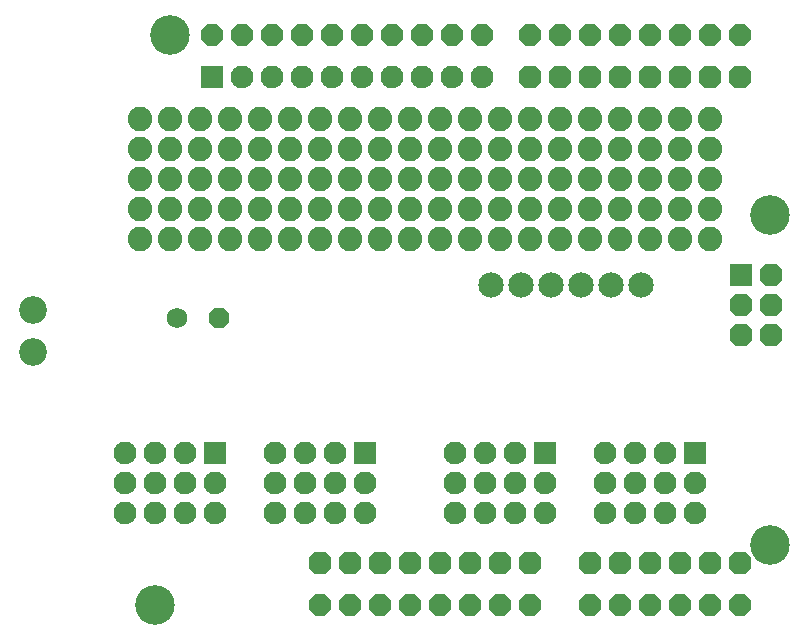
<source format=gbr>
G04 EAGLE Gerber RS-274X export*
G75*
%MOMM*%
%FSLAX34Y34*%
%LPD*%
%INSoldermask Bottom*%
%IPPOS*%
%AMOC8*
5,1,8,0,0,1.08239X$1,22.5*%
G01*
%ADD10C,3.352400*%
%ADD11C,2.336800*%
%ADD12P,1.896997X8X22.500000*%
%ADD13C,1.752600*%
%ADD14R,1.930400X1.930400*%
%ADD15C,1.930400*%
%ADD16P,1.979475X8X22.500000*%
%ADD17P,2.089446X8X22.500000*%
%ADD18P,2.089446X8X292.500000*%
%ADD19P,2.089446X8X112.500000*%
%ADD20C,2.152400*%
%ADD21C,2.082800*%


D10*
X152400Y508000D03*
X660400Y355600D03*
X660400Y76200D03*
X139700Y25400D03*
D11*
X36830Y239810D03*
X36830Y274810D03*
D12*
X194310Y267970D03*
D13*
X158750Y267970D03*
D14*
X317500Y153670D03*
D15*
X317500Y128270D03*
X292100Y153670D03*
X292100Y128270D03*
X266700Y153670D03*
X266700Y128270D03*
X241300Y153670D03*
X241300Y128270D03*
X317500Y102870D03*
X292100Y102870D03*
X266700Y102870D03*
X241300Y102870D03*
D14*
X190500Y153670D03*
D15*
X190500Y128270D03*
X165100Y153670D03*
X165100Y128270D03*
X139700Y153670D03*
X139700Y128270D03*
X114300Y153670D03*
X114300Y128270D03*
X190500Y102870D03*
X165100Y102870D03*
X139700Y102870D03*
X114300Y102870D03*
D14*
X596900Y153670D03*
D15*
X596900Y128270D03*
X571500Y153670D03*
X571500Y128270D03*
X546100Y153670D03*
X546100Y128270D03*
X520700Y153670D03*
X520700Y128270D03*
X596900Y102870D03*
X571500Y102870D03*
X546100Y102870D03*
X520700Y102870D03*
D14*
X469900Y153670D03*
D15*
X469900Y128270D03*
X444500Y153670D03*
X444500Y128270D03*
X419100Y153670D03*
X419100Y128270D03*
X393700Y153670D03*
X393700Y128270D03*
X469900Y102870D03*
X444500Y102870D03*
X419100Y102870D03*
X393700Y102870D03*
D16*
X533400Y508000D03*
X508000Y25400D03*
X558800Y508000D03*
X584200Y508000D03*
X609600Y508000D03*
X635000Y508000D03*
X508000Y508000D03*
X482600Y508000D03*
X457200Y508000D03*
X416560Y508000D03*
X391160Y508000D03*
X365760Y508000D03*
X340360Y508000D03*
X314960Y508000D03*
X289560Y508000D03*
X264160Y508000D03*
X238760Y508000D03*
X533400Y25400D03*
X558800Y25400D03*
X584200Y25400D03*
X609600Y25400D03*
X635000Y25400D03*
X457200Y25400D03*
X431800Y25400D03*
X406400Y25400D03*
X381000Y25400D03*
X355600Y25400D03*
X330200Y25400D03*
X213360Y508000D03*
X187960Y508000D03*
X304800Y25400D03*
X279400Y25400D03*
D17*
X661670Y279400D03*
X636270Y279400D03*
D14*
X636270Y304800D03*
D17*
X661670Y304800D03*
X661670Y254000D03*
X636270Y254000D03*
D18*
X457200Y60960D03*
X431800Y60960D03*
X406400Y60960D03*
X381000Y60960D03*
X355600Y60960D03*
X330200Y60960D03*
X304800Y60960D03*
X279400Y60960D03*
D19*
X457200Y472440D03*
X482600Y472440D03*
X508000Y472440D03*
X533400Y472440D03*
X558800Y472440D03*
X584200Y472440D03*
X609600Y472440D03*
X635000Y472440D03*
D14*
X187960Y472440D03*
D15*
X213360Y472440D03*
X238760Y472440D03*
X264160Y472440D03*
X289560Y472440D03*
X314960Y472440D03*
X340360Y472440D03*
X365760Y472440D03*
X391160Y472440D03*
X416560Y472440D03*
D18*
X635000Y60960D03*
X609600Y60960D03*
X584200Y60960D03*
X558800Y60960D03*
X533400Y60960D03*
X508000Y60960D03*
D20*
X551180Y295910D03*
X525780Y295910D03*
X500380Y295910D03*
X474980Y295910D03*
X449580Y295910D03*
X424180Y295910D03*
D21*
X152400Y360680D03*
X152400Y335280D03*
X177800Y335280D03*
X177800Y360680D03*
X177800Y386080D03*
X152400Y386080D03*
X152400Y411480D03*
X177800Y411480D03*
X177800Y436880D03*
X152400Y436880D03*
X203200Y436880D03*
X203200Y411480D03*
X203200Y386080D03*
X203200Y360680D03*
X203200Y335280D03*
X228600Y335280D03*
X228600Y360680D03*
X228600Y386080D03*
X228600Y411480D03*
X228600Y436880D03*
X254000Y436880D03*
X254000Y411480D03*
X254000Y386080D03*
X254000Y360680D03*
X254000Y335280D03*
X279400Y335280D03*
X279400Y360680D03*
X279400Y386080D03*
X279400Y411480D03*
X279400Y436880D03*
X304800Y436880D03*
X304800Y411480D03*
X304800Y386080D03*
X304800Y360680D03*
X304800Y335280D03*
X330200Y335280D03*
X330200Y360680D03*
X330200Y386080D03*
X330200Y411480D03*
X330200Y436880D03*
X355600Y436880D03*
X381000Y436880D03*
X406400Y436880D03*
X431800Y436880D03*
X457200Y436880D03*
X482600Y436880D03*
X508000Y436880D03*
X533400Y411480D03*
X558800Y411480D03*
X584200Y411480D03*
X609600Y411480D03*
X609600Y335280D03*
X609600Y360680D03*
X609600Y386080D03*
X584200Y386080D03*
X584200Y360680D03*
X584200Y335280D03*
X558800Y335280D03*
X558800Y360680D03*
X558800Y386080D03*
X533400Y386080D03*
X533400Y360680D03*
X533400Y335280D03*
X508000Y335280D03*
X508000Y360680D03*
X508000Y386080D03*
X508000Y411480D03*
X482600Y411480D03*
X482600Y386080D03*
X482600Y360680D03*
X482600Y335280D03*
X457200Y335280D03*
X457200Y360680D03*
X457200Y386080D03*
X457200Y411480D03*
X431800Y411480D03*
X431800Y386080D03*
X431800Y360680D03*
X431800Y335280D03*
X406400Y335280D03*
X406400Y360680D03*
X406400Y386080D03*
X406400Y411480D03*
X381000Y411480D03*
X381000Y386080D03*
X381000Y360680D03*
X381000Y335280D03*
X355600Y335280D03*
X355600Y360680D03*
X355600Y386080D03*
X355600Y411480D03*
X533400Y436880D03*
X558800Y436880D03*
X584200Y436880D03*
X609600Y436880D03*
X127000Y335280D03*
X127000Y360680D03*
X127000Y386080D03*
X127000Y411480D03*
X127000Y436880D03*
M02*

</source>
